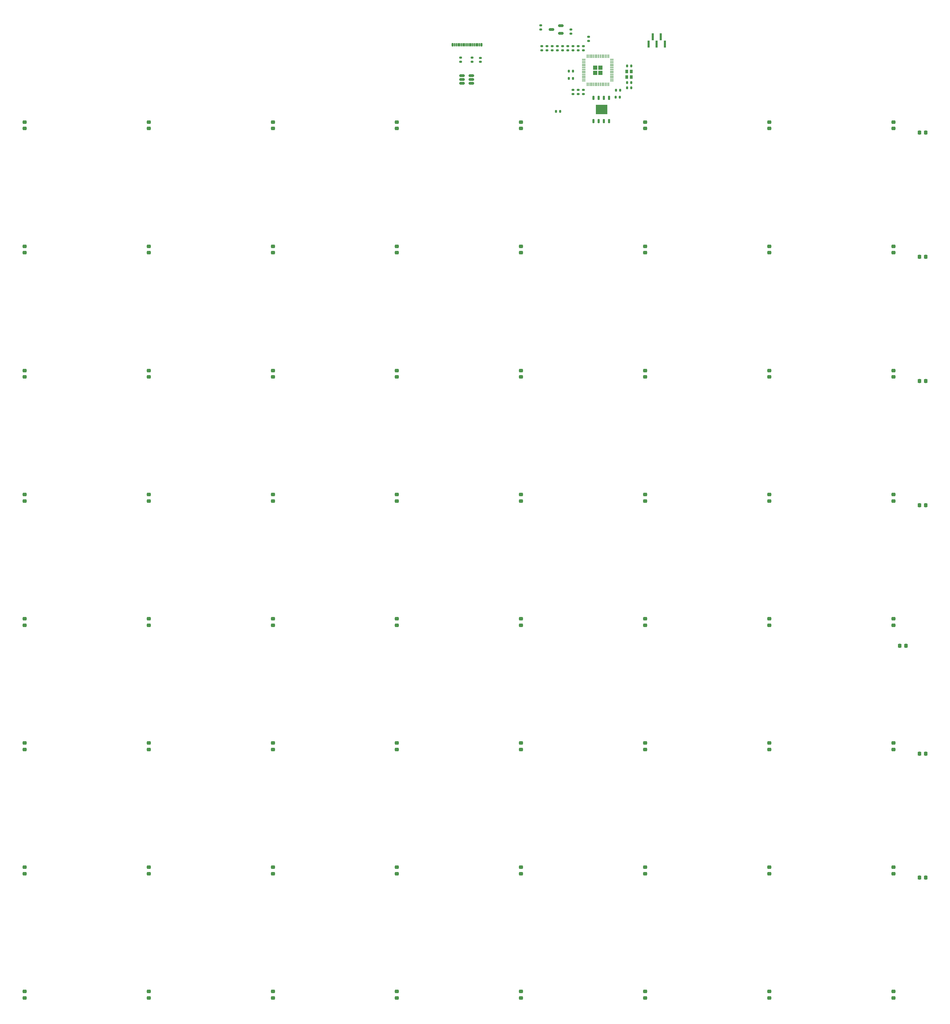
<source format=gbr>
%TF.GenerationSoftware,KiCad,Pcbnew,9.0.1*%
%TF.CreationDate,2025-05-31T11:39:56+01:00*%
%TF.ProjectId,Button MIDI Controller,42757474-6f6e-4204-9d49-444920436f6e,rev?*%
%TF.SameCoordinates,Original*%
%TF.FileFunction,Paste,Bot*%
%TF.FilePolarity,Positive*%
%FSLAX46Y46*%
G04 Gerber Fmt 4.6, Leading zero omitted, Abs format (unit mm)*
G04 Created by KiCad (PCBNEW 9.0.1) date 2025-05-31 11:39:56*
%MOMM*%
%LPD*%
G01*
G04 APERTURE LIST*
G04 Aperture macros list*
%AMRoundRect*
0 Rectangle with rounded corners*
0 $1 Rounding radius*
0 $2 $3 $4 $5 $6 $7 $8 $9 X,Y pos of 4 corners*
0 Add a 4 corners polygon primitive as box body*
4,1,4,$2,$3,$4,$5,$6,$7,$8,$9,$2,$3,0*
0 Add four circle primitives for the rounded corners*
1,1,$1+$1,$2,$3*
1,1,$1+$1,$4,$5*
1,1,$1+$1,$6,$7*
1,1,$1+$1,$8,$9*
0 Add four rect primitives between the rounded corners*
20,1,$1+$1,$2,$3,$4,$5,0*
20,1,$1+$1,$4,$5,$6,$7,0*
20,1,$1+$1,$6,$7,$8,$9,0*
20,1,$1+$1,$8,$9,$2,$3,0*%
G04 Aperture macros list end*
%ADD10C,0.010000*%
%ADD11RoundRect,0.218750X0.256250X-0.218750X0.256250X0.218750X-0.256250X0.218750X-0.256250X-0.218750X0*%
%ADD12RoundRect,0.218750X-0.218750X-0.256250X0.218750X-0.256250X0.218750X0.256250X-0.218750X0.256250X0*%
%ADD13RoundRect,0.140000X0.170000X-0.140000X0.170000X0.140000X-0.170000X0.140000X-0.170000X-0.140000X0*%
%ADD14RoundRect,0.140000X-0.170000X0.140000X-0.170000X-0.140000X0.170000X-0.140000X0.170000X0.140000X0*%
%ADD15RoundRect,0.250000X-0.292217X0.292217X-0.292217X-0.292217X0.292217X-0.292217X0.292217X0.292217X0*%
%ADD16RoundRect,0.050000X-0.050000X0.387500X-0.050000X-0.387500X0.050000X-0.387500X0.050000X0.387500X0*%
%ADD17RoundRect,0.050000X-0.387500X0.050000X-0.387500X-0.050000X0.387500X-0.050000X0.387500X0.050000X0*%
%ADD18RoundRect,0.135000X-0.135000X-0.185000X0.135000X-0.185000X0.135000X0.185000X-0.135000X0.185000X0*%
%ADD19R,0.800000X0.900000*%
%ADD20RoundRect,0.135000X-0.185000X0.135000X-0.185000X-0.135000X0.185000X-0.135000X0.185000X0.135000X0*%
%ADD21R,0.600000X1.750000*%
%ADD22RoundRect,0.140000X-0.140000X-0.170000X0.140000X-0.170000X0.140000X0.170000X-0.140000X0.170000X0*%
%ADD23RoundRect,0.150000X0.512500X0.150000X-0.512500X0.150000X-0.512500X-0.150000X0.512500X-0.150000X0*%
%ADD24RoundRect,0.140000X0.140000X0.170000X-0.140000X0.170000X-0.140000X-0.170000X0.140000X-0.170000X0*%
%ADD25RoundRect,0.055000X0.165000X-0.465000X0.165000X0.465000X-0.165000X0.465000X-0.165000X-0.465000X0*%
%ADD26RoundRect,0.070000X-0.070000X-0.345000X0.070000X-0.345000X0.070000X0.345000X-0.070000X0.345000X0*%
%ADD27RoundRect,0.112500X-0.112500X-0.302500X0.112500X-0.302500X0.112500X0.302500X-0.112500X0.302500X0*%
%ADD28RoundRect,0.135000X0.135000X0.185000X-0.135000X0.185000X-0.135000X-0.185000X0.135000X-0.185000X0*%
%ADD29RoundRect,0.147500X-0.172500X0.147500X-0.172500X-0.147500X0.172500X-0.147500X0.172500X0.147500X0*%
%ADD30RoundRect,0.135000X0.185000X-0.135000X0.185000X0.135000X-0.185000X0.135000X-0.185000X-0.135000X0*%
G04 APERTURE END LIST*
D10*
%TO.C,U2*%
X-133945800Y298970200D02*
X-136665800Y298970200D01*
X-136665800Y301130200D01*
X-133945800Y301130200D01*
X-133945800Y298970200D01*
G36*
X-133945800Y298970200D02*
G01*
X-136665800Y298970200D01*
X-136665800Y301130200D01*
X-133945800Y301130200D01*
X-133945800Y298970200D01*
G37*
%TD*%
D11*
%TO.C,D40*%
X-63998000Y174176500D03*
X-63998000Y175751500D03*
%TD*%
D12*
%TO.C,D198*%
X-57683500Y142886000D03*
X-56108500Y142886000D03*
%TD*%
D11*
%TO.C,D30*%
X-124598000Y204476500D03*
X-124598000Y206051500D03*
%TD*%
%TO.C,D20*%
X-185198000Y234776500D03*
X-185198000Y236351500D03*
%TD*%
%TO.C,D18*%
X-245798000Y234776500D03*
X-245798000Y236351500D03*
%TD*%
%TO.C,D26*%
X-245798000Y204476500D03*
X-245798000Y206051500D03*
%TD*%
%TO.C,D49*%
X-276098000Y113576500D03*
X-276098000Y115151500D03*
%TD*%
%TO.C,D38*%
X-124598000Y174176500D03*
X-124598000Y175751500D03*
%TD*%
D12*
%TO.C,D194*%
X-57683500Y264086000D03*
X-56108500Y264086000D03*
%TD*%
D11*
%TO.C,D29*%
X-154898000Y204476500D03*
X-154898000Y206051500D03*
%TD*%
%TO.C,D59*%
X-215498000Y83276500D03*
X-215498000Y84851500D03*
%TD*%
%TO.C,D62*%
X-124598000Y83276500D03*
X-124598000Y84851500D03*
%TD*%
%TO.C,D60*%
X-185198000Y83276500D03*
X-185198000Y84851500D03*
%TD*%
%TO.C,D25*%
X-276098000Y204476500D03*
X-276098000Y206051500D03*
%TD*%
%TO.C,D32*%
X-63998000Y204476500D03*
X-63998000Y206051500D03*
%TD*%
%TO.C,D10*%
X-245798000Y265076500D03*
X-245798000Y266651500D03*
%TD*%
%TO.C,D45*%
X-154898000Y143876500D03*
X-154898000Y145451500D03*
%TD*%
%TO.C,D22*%
X-124598000Y234776500D03*
X-124598000Y236351500D03*
%TD*%
%TO.C,D64*%
X-63998000Y83276500D03*
X-63998000Y84851500D03*
%TD*%
%TO.C,D27*%
X-215498000Y204476500D03*
X-215498000Y206051500D03*
%TD*%
D13*
%TO.C,C9*%
X-149860000Y314480000D03*
X-149860000Y315440000D03*
%TD*%
D12*
%TO.C,D196*%
X-57683500Y203486000D03*
X-56108500Y203486000D03*
%TD*%
D11*
%TO.C,D13*%
X-154898000Y265076500D03*
X-154898000Y266651500D03*
%TD*%
%TO.C,D47*%
X-94298000Y143876500D03*
X-94298000Y145451500D03*
%TD*%
%TO.C,D5*%
X-154898000Y295376500D03*
X-154898000Y296951500D03*
%TD*%
D14*
%TO.C,C6*%
X-142240000Y304772000D03*
X-142240000Y303812000D03*
%TD*%
D15*
%TO.C,U1*%
X-135506500Y310263500D03*
X-136781500Y310263500D03*
X-135506500Y308988500D03*
X-136781500Y308988500D03*
D16*
X-138744000Y313063500D03*
X-138344000Y313063500D03*
X-137944000Y313063500D03*
X-137544000Y313063500D03*
X-137144000Y313063500D03*
X-136744000Y313063500D03*
X-136344000Y313063500D03*
X-135944000Y313063500D03*
X-135544000Y313063500D03*
X-135144000Y313063500D03*
X-134744000Y313063500D03*
X-134344000Y313063500D03*
X-133944000Y313063500D03*
X-133544000Y313063500D03*
D17*
X-132706500Y312226000D03*
X-132706500Y311826000D03*
X-132706500Y311426000D03*
X-132706500Y311026000D03*
X-132706500Y310626000D03*
X-132706500Y310226000D03*
X-132706500Y309826000D03*
X-132706500Y309426000D03*
X-132706500Y309026000D03*
X-132706500Y308626000D03*
X-132706500Y308226000D03*
X-132706500Y307826000D03*
X-132706500Y307426000D03*
X-132706500Y307026000D03*
D16*
X-133544000Y306188500D03*
X-133944000Y306188500D03*
X-134344000Y306188500D03*
X-134744000Y306188500D03*
X-135144000Y306188500D03*
X-135544000Y306188500D03*
X-135944000Y306188500D03*
X-136344000Y306188500D03*
X-136744000Y306188500D03*
X-137144000Y306188500D03*
X-137544000Y306188500D03*
X-137944000Y306188500D03*
X-138344000Y306188500D03*
X-138744000Y306188500D03*
D17*
X-139581500Y307026000D03*
X-139581500Y307426000D03*
X-139581500Y307826000D03*
X-139581500Y308226000D03*
X-139581500Y308626000D03*
X-139581500Y309026000D03*
X-139581500Y309426000D03*
X-139581500Y309826000D03*
X-139581500Y310226000D03*
X-139581500Y310626000D03*
X-139581500Y311026000D03*
X-139581500Y311426000D03*
X-139581500Y311826000D03*
X-139581500Y312226000D03*
%TD*%
D11*
%TO.C,D39*%
X-94298000Y174176500D03*
X-94298000Y175751500D03*
%TD*%
%TO.C,D51*%
X-215498000Y113576500D03*
X-215498000Y115151500D03*
%TD*%
%TO.C,D35*%
X-215498000Y174176500D03*
X-215498000Y175751500D03*
%TD*%
%TO.C,D42*%
X-245798000Y143876500D03*
X-245798000Y145451500D03*
%TD*%
D18*
%TO.C,R4*%
X-143258000Y307594000D03*
X-142238000Y307594000D03*
%TD*%
D11*
%TO.C,D19*%
X-215498000Y234776500D03*
X-215498000Y236351500D03*
%TD*%
%TO.C,D53*%
X-154898000Y113576500D03*
X-154898000Y115151500D03*
%TD*%
D13*
%TO.C,C11*%
X-147320000Y314480000D03*
X-147320000Y315440000D03*
%TD*%
%TO.C,C15*%
X-142240000Y314480000D03*
X-142240000Y315440000D03*
%TD*%
D19*
%TO.C,Y1*%
X-129074000Y307910000D03*
X-129074000Y309310000D03*
X-127974000Y309310000D03*
X-127974000Y307910000D03*
%TD*%
D20*
%TO.C,R7*%
X-169672000Y312676000D03*
X-169672000Y311656000D03*
%TD*%
D12*
%TO.C,D193*%
X-57683500Y294386000D03*
X-56108500Y294386000D03*
%TD*%
D11*
%TO.C,D14*%
X-124598000Y265076500D03*
X-124598000Y266651500D03*
%TD*%
%TO.C,D28*%
X-185198000Y204476500D03*
X-185198000Y206051500D03*
%TD*%
%TO.C,D50*%
X-245798000Y113576500D03*
X-245798000Y115151500D03*
%TD*%
D13*
%TO.C,C12*%
X-146050000Y314480000D03*
X-146050000Y315440000D03*
%TD*%
D11*
%TO.C,D48*%
X-63998000Y143876500D03*
X-63998000Y145451500D03*
%TD*%
D12*
%TO.C,D195*%
X-57683500Y233786000D03*
X-56108500Y233786000D03*
%TD*%
D13*
%TO.C,C16*%
X-140970000Y314480000D03*
X-140970000Y315440000D03*
%TD*%
D11*
%TO.C,D44*%
X-185198000Y143876500D03*
X-185198000Y145451500D03*
%TD*%
%TO.C,D52*%
X-185198000Y113576500D03*
X-185198000Y115151500D03*
%TD*%
%TO.C,D37*%
X-154898000Y174176500D03*
X-154898000Y175751500D03*
%TD*%
D21*
%TO.C,J1*%
X-123793000Y315990000D03*
X-122793000Y317740000D03*
X-121793000Y315990000D03*
X-120793000Y317740000D03*
X-119793000Y315990000D03*
%TD*%
D22*
%TO.C,C3*%
X-131798000Y303072800D03*
X-130838000Y303072800D03*
%TD*%
D11*
%TO.C,D31*%
X-94298000Y204476500D03*
X-94298000Y206051500D03*
%TD*%
D23*
%TO.C,U3*%
X-167010500Y308290000D03*
X-167010500Y307340000D03*
X-167010500Y306390000D03*
X-169285500Y306390000D03*
X-169285500Y307340000D03*
X-169285500Y308290000D03*
%TD*%
D11*
%TO.C,D4*%
X-185198000Y295376500D03*
X-185198000Y296951500D03*
%TD*%
%TO.C,D2*%
X-245798000Y295376500D03*
X-245798000Y296951500D03*
%TD*%
%TO.C,D6*%
X-124598000Y295376500D03*
X-124598000Y296951500D03*
%TD*%
%TO.C,D12*%
X-185198000Y265076500D03*
X-185198000Y266651500D03*
%TD*%
%TO.C,D8*%
X-63998000Y295376500D03*
X-63998000Y296951500D03*
%TD*%
%TO.C,D7*%
X-94298000Y295376500D03*
X-94298000Y296951500D03*
%TD*%
%TO.C,D23*%
X-94298000Y234776500D03*
X-94298000Y236351500D03*
%TD*%
%TO.C,D46*%
X-124598000Y143876500D03*
X-124598000Y145451500D03*
%TD*%
D13*
%TO.C,C13*%
X-144780000Y314480000D03*
X-144780000Y315440000D03*
%TD*%
D18*
%TO.C,R2*%
X-146356800Y299593000D03*
X-145336800Y299593000D03*
%TD*%
D20*
%TO.C,R6*%
X-166878000Y312676000D03*
X-166878000Y311656000D03*
%TD*%
D12*
%TO.C,D199*%
X-57683500Y112586000D03*
X-56108500Y112586000D03*
%TD*%
D23*
%TO.C,U4*%
X-145166500Y320482000D03*
X-145166500Y318582000D03*
X-147441500Y319532000D03*
%TD*%
D11*
%TO.C,D36*%
X-185198000Y174176500D03*
X-185198000Y175751500D03*
%TD*%
D24*
%TO.C,C1*%
X-128044000Y306578000D03*
X-129004000Y306578000D03*
%TD*%
D14*
%TO.C,C8*%
X-139700000Y304772000D03*
X-139700000Y303812000D03*
%TD*%
D25*
%TO.C,U2*%
X-133400800Y297205200D03*
X-134670800Y297205200D03*
X-135940800Y297205200D03*
X-137210800Y297205200D03*
X-137210800Y302895200D03*
X-135940800Y302895200D03*
X-134670800Y302895200D03*
X-133400800Y302895200D03*
%TD*%
D14*
%TO.C,C7*%
X-140970000Y304772000D03*
X-140970000Y303812000D03*
%TD*%
D26*
%TO.C,J2*%
X-171090000Y315828000D03*
X-170290000Y315828000D03*
X-169490000Y315828000D03*
X-168690000Y315828000D03*
X-168290000Y315828000D03*
X-167890000Y315828000D03*
X-166290000Y315828000D03*
X-165490000Y315828000D03*
X-165090000Y315828000D03*
X-165890000Y315828000D03*
X-166690000Y315828000D03*
X-167090000Y315828000D03*
X-167490000Y315828000D03*
X-169090000Y315828000D03*
X-169890000Y315828000D03*
X-170690000Y315828000D03*
D27*
X-171605000Y315828000D03*
X-164575000Y315828000D03*
%TD*%
D13*
%TO.C,C4*%
X-150114000Y319560000D03*
X-150114000Y320520000D03*
%TD*%
%TO.C,C14*%
X-143510000Y314480000D03*
X-143510000Y315440000D03*
%TD*%
D11*
%TO.C,D9*%
X-276098000Y265076500D03*
X-276098000Y266651500D03*
%TD*%
%TO.C,D17*%
X-276098000Y234776500D03*
X-276098000Y236351500D03*
%TD*%
D12*
%TO.C,D197*%
X-62509500Y169164000D03*
X-60934500Y169164000D03*
%TD*%
D11*
%TO.C,D21*%
X-154898000Y234776500D03*
X-154898000Y236351500D03*
%TD*%
%TO.C,D24*%
X-63998000Y234776500D03*
X-63998000Y236351500D03*
%TD*%
%TO.C,D15*%
X-94298000Y265076500D03*
X-94298000Y266651500D03*
%TD*%
D28*
%TO.C,R1*%
X-128014000Y305308000D03*
X-129034000Y305308000D03*
%TD*%
D11*
%TO.C,D55*%
X-94298000Y113576500D03*
X-94298000Y115151500D03*
%TD*%
%TO.C,D34*%
X-245798000Y174176500D03*
X-245798000Y175751500D03*
%TD*%
%TO.C,D58*%
X-245798000Y83276500D03*
X-245798000Y84851500D03*
%TD*%
D13*
%TO.C,C5*%
X-142748000Y318544000D03*
X-142748000Y319504000D03*
%TD*%
D18*
%TO.C,R3*%
X-143258000Y309372000D03*
X-142238000Y309372000D03*
%TD*%
D11*
%TO.C,D63*%
X-94298000Y83276500D03*
X-94298000Y84851500D03*
%TD*%
D18*
%TO.C,R5*%
X-131701000Y304723800D03*
X-130681000Y304723800D03*
%TD*%
D11*
%TO.C,D3*%
X-215498000Y295376500D03*
X-215498000Y296951500D03*
%TD*%
D29*
%TO.C,F1*%
X-164820600Y312625600D03*
X-164820600Y311655600D03*
%TD*%
D11*
%TO.C,D57*%
X-276098000Y83276500D03*
X-276098000Y84851500D03*
%TD*%
%TO.C,D54*%
X-124598000Y113576500D03*
X-124598000Y115151500D03*
%TD*%
%TO.C,D61*%
X-154898000Y83276500D03*
X-154898000Y84851500D03*
%TD*%
D13*
%TO.C,C17*%
X-139700000Y314480000D03*
X-139700000Y315440000D03*
%TD*%
%TO.C,C10*%
X-148590000Y314480000D03*
X-148590000Y315440000D03*
%TD*%
D11*
%TO.C,D41*%
X-276098000Y143876500D03*
X-276098000Y145451500D03*
%TD*%
%TO.C,D43*%
X-215498000Y143876500D03*
X-215498000Y145451500D03*
%TD*%
%TO.C,D33*%
X-276098000Y174176500D03*
X-276098000Y175751500D03*
%TD*%
%TO.C,D56*%
X-63998000Y113576500D03*
X-63998000Y115151500D03*
%TD*%
D30*
%TO.C,R8*%
X-138430000Y316736000D03*
X-138430000Y317756000D03*
%TD*%
D11*
%TO.C,D11*%
X-215498000Y265076500D03*
X-215498000Y266651500D03*
%TD*%
D22*
%TO.C,C2*%
X-129004000Y310642000D03*
X-128044000Y310642000D03*
%TD*%
D11*
%TO.C,D16*%
X-63998000Y265076500D03*
X-63998000Y266651500D03*
%TD*%
%TO.C,D1*%
X-276098000Y295376500D03*
X-276098000Y296951500D03*
%TD*%
M02*

</source>
